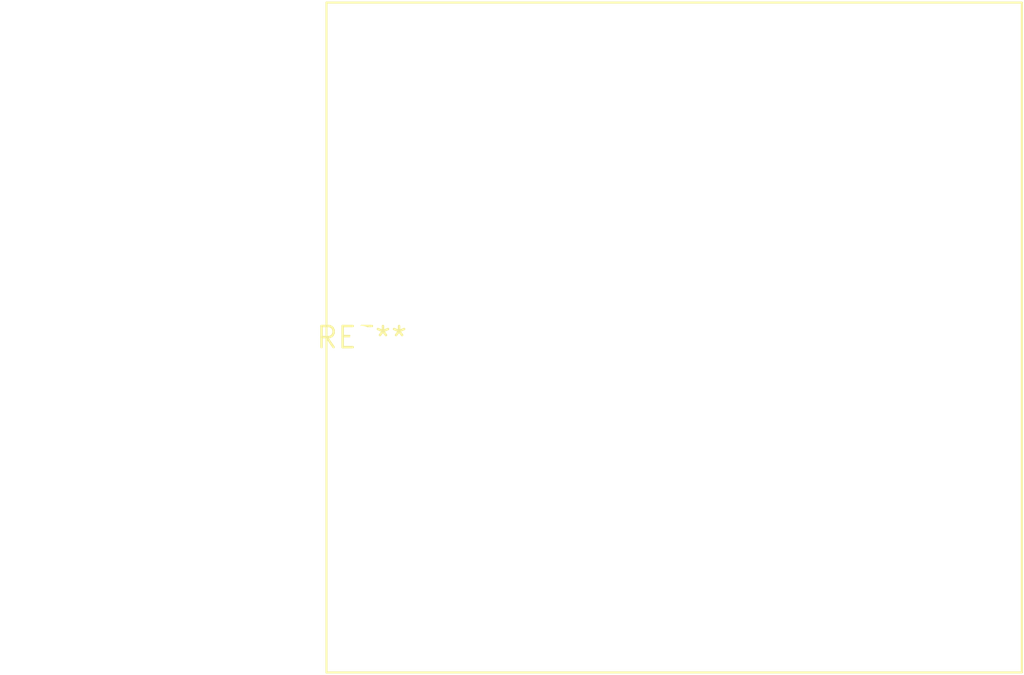
<source format=kicad_pcb>
(kicad_pcb (version 20240108) (generator pcbnew)
  (layers (0 "F.Cu" signal) (31 "B.Cu" signal) (34 "B.Paste" user) (35 "F.Paste" user) (36 "B.SilkS" user "B.Silkscreen") (37 "F.SilkS" user "F.Silkscreen") (38 "B.Mask" user) (39 "F.Mask" user) (44 "Edge.Cuts" user))
  (net 0 "")
  (footprint "C_Rect_L41.5mm_W40.0mm_P37.50mm_MKS4" (layer "F.Cu") (at 0 0)
    (property "Reference" "REF**")
    (property "Value" "C_Rect_L41.5mm_W40.0mm_P37.50mm_MKS4")
    (fp_line (start -2.12 -20.12) (end -2.12 20.12) (layer "F.SilkS") (stroke (width 0.12)))
    (fp_line (start -2.12 -20.12) (end 39.62 -20.12) (layer "F.SilkS") (stroke (width 0.12)))
    (fp_line (start -2.12 20.12) (end 39.62 20.12) (layer "F.SilkS") (stroke (width 0.12)))
    (fp_line (start 39.62 -20.12) (end 39.62 20.12) (layer "F.SilkS") (stroke (width 0.12)))
    (pad "1" thru_hole circle (at 0 0) (size 2.8 2.8) (drill 1.4) (layers *.Cu *.Mask) (remove_unused_layers))
    (pad "2" thru_hole circle (at 37.5 0) (size 2.8 2.8) (drill 1.4) (layers *.Cu *.Mask) (remove_unused_layers))
  )
)
</source>
